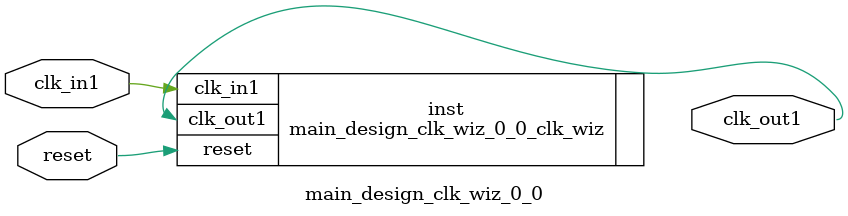
<source format=v>


`timescale 1ps/1ps

(* CORE_GENERATION_INFO = "main_design_clk_wiz_0_0,clk_wiz_v6_0_1_0_0,{component_name=main_design_clk_wiz_0_0,use_phase_alignment=true,use_min_o_jitter=false,use_max_i_jitter=false,use_dyn_phase_shift=false,use_inclk_switchover=false,use_dyn_reconfig=false,enable_axi=0,feedback_source=FDBK_AUTO,PRIMITIVE=MMCM,num_out_clk=1,clkin1_period=8.000,clkin2_period=10.000,use_power_down=false,use_reset=true,use_locked=false,use_inclk_stopped=false,feedback_type=SINGLE,CLOCK_MGR_TYPE=NA,manual_override=false}" *)

module main_design_clk_wiz_0_0 
 (
  // Clock out ports
  output        clk_out1,
  // Status and control signals
  input         reset,
 // Clock in ports
  input         clk_in1
 );

  main_design_clk_wiz_0_0_clk_wiz inst
  (
  // Clock out ports  
  .clk_out1(clk_out1),
  // Status and control signals               
  .reset(reset), 
 // Clock in ports
  .clk_in1(clk_in1)
  );

endmodule

</source>
